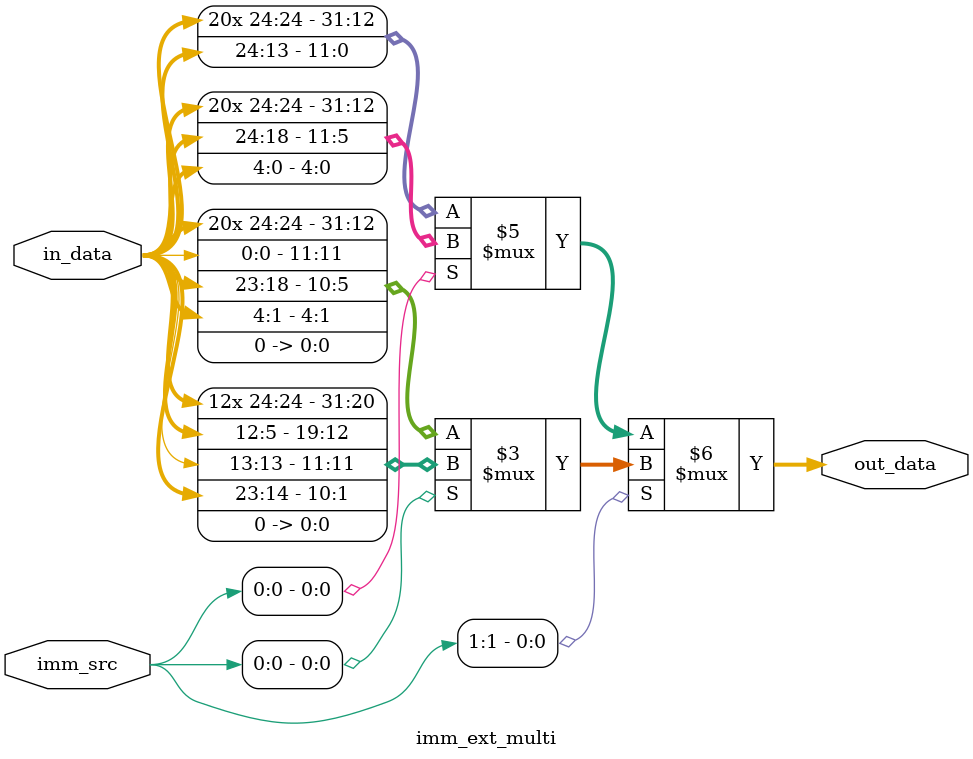
<source format=v>
`timescale 1ns / 1ps

module imm_ext_multi (
    // Inputs
    input [24:0] in_data,
    input [1:0] imm_src,
    
    // Outputs
    output [31:0] out_data
);

    assign out_data = {imm_src[1] == 1'b1} ? {{imm_src[0] == 1'b1} ? {{12{in_data[24]}}, in_data[12:5], in_data[13], in_data[23:14], 1'b0} : {{20{in_data[24]}}, in_data[0], in_data[23:18], in_data[4:1], 1'b0}} : {{{imm_src[0] == 1'b1} ? {{20{in_data[24]}}, in_data[24:18], in_data[4:0]} : {{20{in_data[24]}}, in_data[24:13]}}};

endmodule


</source>
